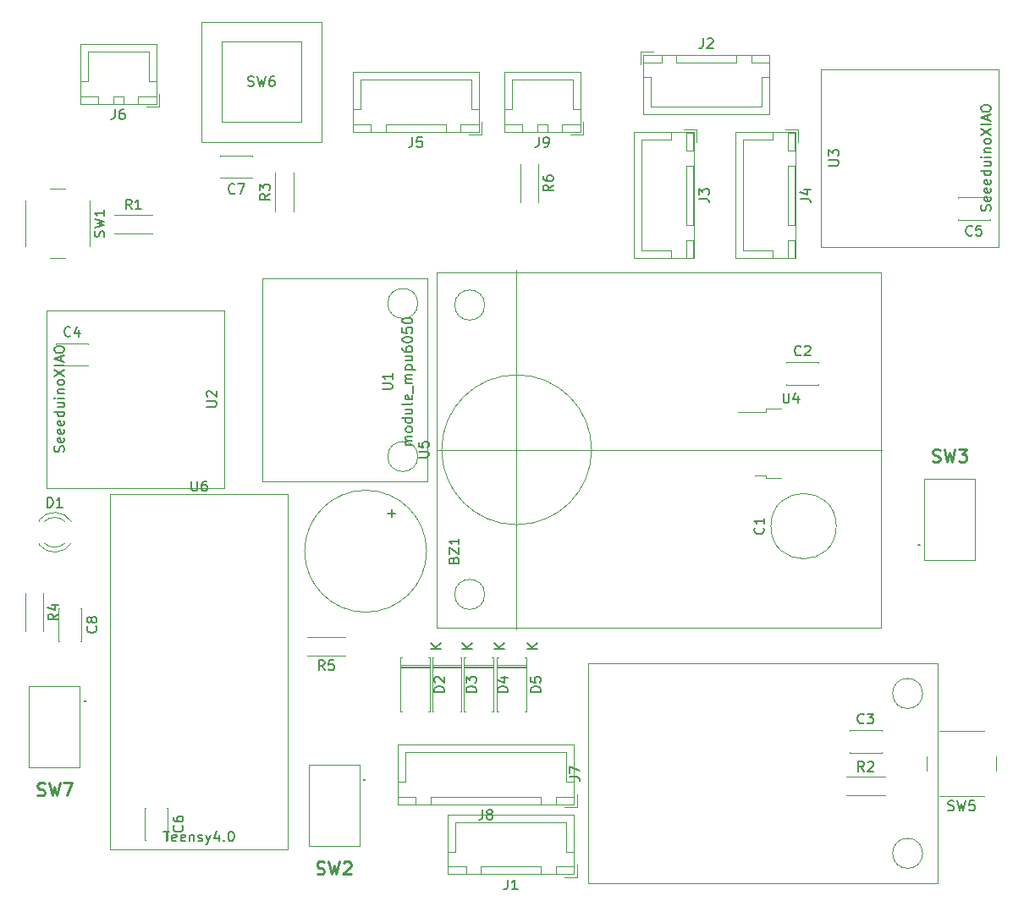
<source format=gbr>
%TF.GenerationSoftware,KiCad,Pcbnew,(5.1.10)-1*%
%TF.CreationDate,2021-11-09T22:17:36+09:00*%
%TF.ProjectId,Heracles.main,48657261-636c-4657-932e-6d61696e2e6b,rev?*%
%TF.SameCoordinates,Original*%
%TF.FileFunction,Legend,Top*%
%TF.FilePolarity,Positive*%
%FSLAX46Y46*%
G04 Gerber Fmt 4.6, Leading zero omitted, Abs format (unit mm)*
G04 Created by KiCad (PCBNEW (5.1.10)-1) date 2021-11-09 22:17:36*
%MOMM*%
%LPD*%
G01*
G04 APERTURE LIST*
%ADD10C,0.120000*%
%ADD11C,0.100000*%
%ADD12C,0.200000*%
%ADD13C,0.150000*%
%ADD14C,0.254000*%
G04 APERTURE END LIST*
D10*
%TO.C,SW6*%
X111217000Y-67595000D02*
X123217000Y-67595000D01*
X111217000Y-55595000D02*
X111217000Y-67595000D01*
X123217000Y-55595000D02*
X111217000Y-55595000D01*
X123217000Y-67595000D02*
X123217000Y-55595000D01*
X121217000Y-65595000D02*
X121217000Y-57595000D01*
X121217000Y-57595000D02*
X113217000Y-57595000D01*
X113217000Y-57595000D02*
X113217000Y-65595000D01*
X113217000Y-65595000D02*
X121217000Y-65595000D01*
%TO.C,U1*%
X117344000Y-81280000D02*
X117344000Y-101600000D01*
X117344000Y-101600000D02*
X133854000Y-101600000D01*
X133854000Y-101600000D02*
X133854000Y-81280000D01*
X133854000Y-81280000D02*
X117344000Y-81280000D01*
X132854000Y-83780000D02*
G75*
G03*
X132854000Y-83780000I-1500000J0D01*
G01*
X132854000Y-99100000D02*
G75*
G03*
X132854000Y-99100000I-1500000J0D01*
G01*
%TO.C,U6*%
X102104000Y-102870000D02*
X102104000Y-138430000D01*
X119884000Y-102870000D02*
X102104000Y-102870000D01*
X119884000Y-138430000D02*
X119884000Y-102870000D01*
X102104000Y-138430000D02*
X119884000Y-138430000D01*
%TO.C,BZ1*%
X133735000Y-108575000D02*
G75*
G03*
X133735000Y-108575000I-6100000J0D01*
G01*
%TO.C,D5*%
X143580000Y-119200000D02*
X143710000Y-119200000D01*
X143710000Y-119200000D02*
X143710000Y-124640000D01*
X143710000Y-124640000D02*
X143580000Y-124640000D01*
X140900000Y-119200000D02*
X140770000Y-119200000D01*
X140770000Y-119200000D02*
X140770000Y-124640000D01*
X140770000Y-124640000D02*
X140900000Y-124640000D01*
X143710000Y-120100000D02*
X140770000Y-120100000D01*
X143710000Y-120220000D02*
X140770000Y-120220000D01*
X143710000Y-119980000D02*
X140770000Y-119980000D01*
%TO.C,D4*%
X140274000Y-119200000D02*
X140404000Y-119200000D01*
X140404000Y-119200000D02*
X140404000Y-124640000D01*
X140404000Y-124640000D02*
X140274000Y-124640000D01*
X137594000Y-119200000D02*
X137464000Y-119200000D01*
X137464000Y-119200000D02*
X137464000Y-124640000D01*
X137464000Y-124640000D02*
X137594000Y-124640000D01*
X140404000Y-120100000D02*
X137464000Y-120100000D01*
X140404000Y-120220000D02*
X137464000Y-120220000D01*
X140404000Y-119980000D02*
X137464000Y-119980000D01*
%TO.C,D3*%
X137099000Y-119200000D02*
X137229000Y-119200000D01*
X137229000Y-119200000D02*
X137229000Y-124640000D01*
X137229000Y-124640000D02*
X137099000Y-124640000D01*
X134419000Y-119200000D02*
X134289000Y-119200000D01*
X134289000Y-119200000D02*
X134289000Y-124640000D01*
X134289000Y-124640000D02*
X134419000Y-124640000D01*
X137229000Y-120100000D02*
X134289000Y-120100000D01*
X137229000Y-120220000D02*
X134289000Y-120220000D01*
X137229000Y-119980000D02*
X134289000Y-119980000D01*
%TO.C,D2*%
X133924000Y-119200000D02*
X134054000Y-119200000D01*
X134054000Y-119200000D02*
X134054000Y-124640000D01*
X134054000Y-124640000D02*
X133924000Y-124640000D01*
X131244000Y-119200000D02*
X131114000Y-119200000D01*
X131114000Y-119200000D02*
X131114000Y-124640000D01*
X131114000Y-124640000D02*
X131244000Y-124640000D01*
X134054000Y-120100000D02*
X131114000Y-120100000D01*
X134054000Y-120220000D02*
X131114000Y-120220000D01*
X134054000Y-119980000D02*
X131114000Y-119980000D01*
%TO.C,U5*%
X134744000Y-98420000D02*
X134744000Y-80640000D01*
X134744000Y-80640000D02*
X179194000Y-80640000D01*
X179194000Y-80640000D02*
X179194000Y-116200000D01*
X179194000Y-116200000D02*
X134744000Y-116200000D01*
X134744000Y-116200000D02*
X134744000Y-98420000D01*
X139546000Y-83942000D02*
G75*
G03*
X139546000Y-83942000I-1500000J0D01*
G01*
X139546000Y-112898000D02*
G75*
G03*
X139546000Y-112898000I-1500000J0D01*
G01*
X150244000Y-98420000D02*
G75*
G03*
X150244000Y-98420000I-7500000J0D01*
G01*
X134744000Y-98420000D02*
X179244000Y-98420000D01*
X142744000Y-116420000D02*
X142744000Y-80420000D01*
%TO.C,J8*%
X148479000Y-133905000D02*
X148479000Y-127935000D01*
X148479000Y-127935000D02*
X130859000Y-127935000D01*
X130859000Y-127935000D02*
X130859000Y-133905000D01*
X130859000Y-133905000D02*
X148479000Y-133905000D01*
X145169000Y-133895000D02*
X145169000Y-133145000D01*
X145169000Y-133145000D02*
X134169000Y-133145000D01*
X134169000Y-133145000D02*
X134169000Y-133895000D01*
X134169000Y-133895000D02*
X145169000Y-133895000D01*
X148469000Y-133895000D02*
X148469000Y-133145000D01*
X148469000Y-133145000D02*
X146669000Y-133145000D01*
X146669000Y-133145000D02*
X146669000Y-133895000D01*
X146669000Y-133895000D02*
X148469000Y-133895000D01*
X132669000Y-133895000D02*
X132669000Y-133145000D01*
X132669000Y-133145000D02*
X130869000Y-133145000D01*
X130869000Y-133145000D02*
X130869000Y-133895000D01*
X130869000Y-133895000D02*
X132669000Y-133895000D01*
X148469000Y-131645000D02*
X147719000Y-131645000D01*
X147719000Y-131645000D02*
X147719000Y-128695000D01*
X147719000Y-128695000D02*
X139669000Y-128695000D01*
X130869000Y-131645000D02*
X131619000Y-131645000D01*
X131619000Y-131645000D02*
X131619000Y-128695000D01*
X131619000Y-128695000D02*
X139669000Y-128695000D01*
X147519000Y-134195000D02*
X148769000Y-134195000D01*
X148769000Y-134195000D02*
X148769000Y-132945000D01*
%TO.C,U4*%
X169210000Y-94340000D02*
X167710000Y-94340000D01*
X167710000Y-94340000D02*
X167710000Y-94610000D01*
X167710000Y-94610000D02*
X164880000Y-94610000D01*
X169210000Y-101240000D02*
X167710000Y-101240000D01*
X167710000Y-101240000D02*
X167710000Y-100970000D01*
X167710000Y-100970000D02*
X166610000Y-100970000D01*
%TO.C,U3*%
X173224000Y-78105000D02*
X173224000Y-60325000D01*
X173224000Y-60325000D02*
X191004000Y-60325000D01*
X191004000Y-60325000D02*
X191004000Y-78105000D01*
X191004000Y-78105000D02*
X173224000Y-78105000D01*
%TO.C,U2*%
X113534000Y-84455000D02*
X113534000Y-102235000D01*
X113534000Y-102235000D02*
X95754000Y-102235000D01*
X95754000Y-102235000D02*
X95754000Y-84455000D01*
X95754000Y-84455000D02*
X113534000Y-84455000D01*
D11*
%TO.C,SW7*%
X99056000Y-122046000D02*
X93976000Y-122046000D01*
X93976000Y-122046000D02*
X93976000Y-130176000D01*
X93976000Y-130176000D02*
X99056000Y-130176000D01*
X99056000Y-130176000D02*
X99056000Y-122046000D01*
D12*
X99616000Y-123571000D02*
X99616000Y-123571000D01*
X99516000Y-123571000D02*
X99516000Y-123571000D01*
X99616000Y-123571000D02*
X99616000Y-123571000D01*
X99516000Y-123571000D02*
G75*
G02*
X99616000Y-123571000I50000J0D01*
G01*
X99616000Y-123571000D02*
G75*
G02*
X99516000Y-123571000I-50000J0D01*
G01*
X99516000Y-123571000D02*
G75*
G02*
X99616000Y-123571000I50000J0D01*
G01*
D10*
%TO.C,SW5*%
X189500000Y-126580000D02*
X185000000Y-126580000D01*
X190750000Y-130580000D02*
X190750000Y-129080000D01*
X185000000Y-133080000D02*
X189500000Y-133080000D01*
X183750000Y-129080000D02*
X183750000Y-130580000D01*
D11*
%TO.C,SW3*%
X183515000Y-109475000D02*
X188595000Y-109475000D01*
X188595000Y-109475000D02*
X188595000Y-101345000D01*
X188595000Y-101345000D02*
X183515000Y-101345000D01*
X183515000Y-101345000D02*
X183515000Y-109475000D01*
D12*
X182955000Y-107950000D02*
X182955000Y-107950000D01*
X183055000Y-107950000D02*
X183055000Y-107950000D01*
X182955000Y-107950000D02*
X182955000Y-107950000D01*
X183055000Y-107950000D02*
G75*
G02*
X182955000Y-107950000I-50000J0D01*
G01*
X182955000Y-107950000D02*
G75*
G02*
X183055000Y-107950000I50000J0D01*
G01*
X183055000Y-107950000D02*
G75*
G02*
X182955000Y-107950000I-50000J0D01*
G01*
D11*
%TO.C,SW2*%
X127000000Y-129920000D02*
X121920000Y-129920000D01*
X121920000Y-129920000D02*
X121920000Y-138050000D01*
X121920000Y-138050000D02*
X127000000Y-138050000D01*
X127000000Y-138050000D02*
X127000000Y-129920000D01*
D12*
X127560000Y-131445000D02*
X127560000Y-131445000D01*
X127460000Y-131445000D02*
X127460000Y-131445000D01*
X127560000Y-131445000D02*
X127560000Y-131445000D01*
X127460000Y-131445000D02*
G75*
G02*
X127560000Y-131445000I50000J0D01*
G01*
X127560000Y-131445000D02*
G75*
G02*
X127460000Y-131445000I-50000J0D01*
G01*
X127460000Y-131445000D02*
G75*
G02*
X127560000Y-131445000I50000J0D01*
G01*
D10*
%TO.C,SW1*%
X93556000Y-73517000D02*
X93556000Y-78017000D01*
X97556000Y-72267000D02*
X96056000Y-72267000D01*
X100056000Y-78017000D02*
X100056000Y-73517000D01*
X96056000Y-79267000D02*
X97556000Y-79267000D01*
%TO.C,R6*%
X144934000Y-69835000D02*
X144934000Y-73675000D01*
X143094000Y-69835000D02*
X143094000Y-73675000D01*
%TO.C,R5*%
X125614000Y-117190000D02*
X121774000Y-117190000D01*
X125614000Y-119030000D02*
X121774000Y-119030000D01*
%TO.C,R4*%
X95404000Y-112761000D02*
X95404000Y-116601000D01*
X93564000Y-112761000D02*
X93564000Y-116601000D01*
%TO.C,R3*%
X118583000Y-74564000D02*
X118583000Y-70724000D01*
X120423000Y-74564000D02*
X120423000Y-70724000D01*
%TO.C,R2*%
X175749000Y-131160000D02*
X179589000Y-131160000D01*
X175749000Y-133000000D02*
X179589000Y-133000000D01*
%TO.C,R1*%
X102470000Y-74899000D02*
X106310000Y-74899000D01*
X102470000Y-76739000D02*
X106310000Y-76739000D01*
%TO.C,J9*%
X149114000Y-66595000D02*
X149114000Y-60625000D01*
X149114000Y-60625000D02*
X141494000Y-60625000D01*
X141494000Y-60625000D02*
X141494000Y-66595000D01*
X141494000Y-66595000D02*
X149114000Y-66595000D01*
X145804000Y-66585000D02*
X145804000Y-65835000D01*
X145804000Y-65835000D02*
X144804000Y-65835000D01*
X144804000Y-65835000D02*
X144804000Y-66585000D01*
X144804000Y-66585000D02*
X145804000Y-66585000D01*
X149104000Y-66585000D02*
X149104000Y-65835000D01*
X149104000Y-65835000D02*
X147304000Y-65835000D01*
X147304000Y-65835000D02*
X147304000Y-66585000D01*
X147304000Y-66585000D02*
X149104000Y-66585000D01*
X143304000Y-66585000D02*
X143304000Y-65835000D01*
X143304000Y-65835000D02*
X141504000Y-65835000D01*
X141504000Y-65835000D02*
X141504000Y-66585000D01*
X141504000Y-66585000D02*
X143304000Y-66585000D01*
X149104000Y-64335000D02*
X148354000Y-64335000D01*
X148354000Y-64335000D02*
X148354000Y-61385000D01*
X148354000Y-61385000D02*
X145304000Y-61385000D01*
X141504000Y-64335000D02*
X142254000Y-64335000D01*
X142254000Y-64335000D02*
X142254000Y-61385000D01*
X142254000Y-61385000D02*
X145304000Y-61385000D01*
X148154000Y-66885000D02*
X149404000Y-66885000D01*
X149404000Y-66885000D02*
X149404000Y-65635000D01*
%TO.C,J7*%
X183360000Y-122810000D02*
G75*
G03*
X183360000Y-122810000I-1500000J0D01*
G01*
X183360000Y-138810000D02*
G75*
G03*
X183360000Y-138810000I-1500000J0D01*
G01*
X149860000Y-141810000D02*
X149860000Y-130810000D01*
X184860000Y-141810000D02*
X149860000Y-141810000D01*
X184860000Y-119810000D02*
X184860000Y-141810000D01*
X149860000Y-119810000D02*
X184860000Y-119810000D01*
X149860000Y-130810000D02*
X149860000Y-119810000D01*
%TO.C,J6*%
X106986000Y-64091000D02*
X106986000Y-62841000D01*
X105736000Y-64091000D02*
X106986000Y-64091000D01*
X99836000Y-58591000D02*
X102886000Y-58591000D01*
X99836000Y-61541000D02*
X99836000Y-58591000D01*
X99086000Y-61541000D02*
X99836000Y-61541000D01*
X105936000Y-58591000D02*
X102886000Y-58591000D01*
X105936000Y-61541000D02*
X105936000Y-58591000D01*
X106686000Y-61541000D02*
X105936000Y-61541000D01*
X99086000Y-63791000D02*
X100886000Y-63791000D01*
X99086000Y-63041000D02*
X99086000Y-63791000D01*
X100886000Y-63041000D02*
X99086000Y-63041000D01*
X100886000Y-63791000D02*
X100886000Y-63041000D01*
X104886000Y-63791000D02*
X106686000Y-63791000D01*
X104886000Y-63041000D02*
X104886000Y-63791000D01*
X106686000Y-63041000D02*
X104886000Y-63041000D01*
X106686000Y-63791000D02*
X106686000Y-63041000D01*
X102386000Y-63791000D02*
X103386000Y-63791000D01*
X102386000Y-63041000D02*
X102386000Y-63791000D01*
X103386000Y-63041000D02*
X102386000Y-63041000D01*
X103386000Y-63791000D02*
X103386000Y-63041000D01*
X99076000Y-63801000D02*
X106696000Y-63801000D01*
X99076000Y-57831000D02*
X99076000Y-63801000D01*
X106696000Y-57831000D02*
X99076000Y-57831000D01*
X106696000Y-63801000D02*
X106696000Y-57831000D01*
%TO.C,J5*%
X138954000Y-66595000D02*
X138954000Y-60625000D01*
X138954000Y-60625000D02*
X126334000Y-60625000D01*
X126334000Y-60625000D02*
X126334000Y-66595000D01*
X126334000Y-66595000D02*
X138954000Y-66595000D01*
X135644000Y-66585000D02*
X135644000Y-65835000D01*
X135644000Y-65835000D02*
X129644000Y-65835000D01*
X129644000Y-65835000D02*
X129644000Y-66585000D01*
X129644000Y-66585000D02*
X135644000Y-66585000D01*
X138944000Y-66585000D02*
X138944000Y-65835000D01*
X138944000Y-65835000D02*
X137144000Y-65835000D01*
X137144000Y-65835000D02*
X137144000Y-66585000D01*
X137144000Y-66585000D02*
X138944000Y-66585000D01*
X128144000Y-66585000D02*
X128144000Y-65835000D01*
X128144000Y-65835000D02*
X126344000Y-65835000D01*
X126344000Y-65835000D02*
X126344000Y-66585000D01*
X126344000Y-66585000D02*
X128144000Y-66585000D01*
X138944000Y-64335000D02*
X138194000Y-64335000D01*
X138194000Y-64335000D02*
X138194000Y-61385000D01*
X138194000Y-61385000D02*
X132644000Y-61385000D01*
X126344000Y-64335000D02*
X127094000Y-64335000D01*
X127094000Y-64335000D02*
X127094000Y-61385000D01*
X127094000Y-61385000D02*
X132644000Y-61385000D01*
X137994000Y-66885000D02*
X139244000Y-66885000D01*
X139244000Y-66885000D02*
X139244000Y-65635000D01*
%TO.C,J4*%
X170604000Y-66655000D02*
X164634000Y-66655000D01*
X164634000Y-66655000D02*
X164634000Y-79275000D01*
X164634000Y-79275000D02*
X170604000Y-79275000D01*
X170604000Y-79275000D02*
X170604000Y-66655000D01*
X170594000Y-69965000D02*
X169844000Y-69965000D01*
X169844000Y-69965000D02*
X169844000Y-75965000D01*
X169844000Y-75965000D02*
X170594000Y-75965000D01*
X170594000Y-75965000D02*
X170594000Y-69965000D01*
X170594000Y-66665000D02*
X169844000Y-66665000D01*
X169844000Y-66665000D02*
X169844000Y-68465000D01*
X169844000Y-68465000D02*
X170594000Y-68465000D01*
X170594000Y-68465000D02*
X170594000Y-66665000D01*
X170594000Y-77465000D02*
X169844000Y-77465000D01*
X169844000Y-77465000D02*
X169844000Y-79265000D01*
X169844000Y-79265000D02*
X170594000Y-79265000D01*
X170594000Y-79265000D02*
X170594000Y-77465000D01*
X168344000Y-66665000D02*
X168344000Y-67415000D01*
X168344000Y-67415000D02*
X165394000Y-67415000D01*
X165394000Y-67415000D02*
X165394000Y-72965000D01*
X168344000Y-79265000D02*
X168344000Y-78515000D01*
X168344000Y-78515000D02*
X165394000Y-78515000D01*
X165394000Y-78515000D02*
X165394000Y-72965000D01*
X170894000Y-67615000D02*
X170894000Y-66365000D01*
X170894000Y-66365000D02*
X169644000Y-66365000D01*
%TO.C,J3*%
X160444000Y-66655000D02*
X154474000Y-66655000D01*
X154474000Y-66655000D02*
X154474000Y-79275000D01*
X154474000Y-79275000D02*
X160444000Y-79275000D01*
X160444000Y-79275000D02*
X160444000Y-66655000D01*
X160434000Y-69965000D02*
X159684000Y-69965000D01*
X159684000Y-69965000D02*
X159684000Y-75965000D01*
X159684000Y-75965000D02*
X160434000Y-75965000D01*
X160434000Y-75965000D02*
X160434000Y-69965000D01*
X160434000Y-66665000D02*
X159684000Y-66665000D01*
X159684000Y-66665000D02*
X159684000Y-68465000D01*
X159684000Y-68465000D02*
X160434000Y-68465000D01*
X160434000Y-68465000D02*
X160434000Y-66665000D01*
X160434000Y-77465000D02*
X159684000Y-77465000D01*
X159684000Y-77465000D02*
X159684000Y-79265000D01*
X159684000Y-79265000D02*
X160434000Y-79265000D01*
X160434000Y-79265000D02*
X160434000Y-77465000D01*
X158184000Y-66665000D02*
X158184000Y-67415000D01*
X158184000Y-67415000D02*
X155234000Y-67415000D01*
X155234000Y-67415000D02*
X155234000Y-72965000D01*
X158184000Y-79265000D02*
X158184000Y-78515000D01*
X158184000Y-78515000D02*
X155234000Y-78515000D01*
X155234000Y-78515000D02*
X155234000Y-72965000D01*
X160734000Y-67615000D02*
X160734000Y-66365000D01*
X160734000Y-66365000D02*
X159484000Y-66365000D01*
%TO.C,J2*%
X155424000Y-58881000D02*
X155424000Y-64851000D01*
X155424000Y-64851000D02*
X168044000Y-64851000D01*
X168044000Y-64851000D02*
X168044000Y-58881000D01*
X168044000Y-58881000D02*
X155424000Y-58881000D01*
X158734000Y-58891000D02*
X158734000Y-59641000D01*
X158734000Y-59641000D02*
X164734000Y-59641000D01*
X164734000Y-59641000D02*
X164734000Y-58891000D01*
X164734000Y-58891000D02*
X158734000Y-58891000D01*
X155434000Y-58891000D02*
X155434000Y-59641000D01*
X155434000Y-59641000D02*
X157234000Y-59641000D01*
X157234000Y-59641000D02*
X157234000Y-58891000D01*
X157234000Y-58891000D02*
X155434000Y-58891000D01*
X166234000Y-58891000D02*
X166234000Y-59641000D01*
X166234000Y-59641000D02*
X168034000Y-59641000D01*
X168034000Y-59641000D02*
X168034000Y-58891000D01*
X168034000Y-58891000D02*
X166234000Y-58891000D01*
X155434000Y-61141000D02*
X156184000Y-61141000D01*
X156184000Y-61141000D02*
X156184000Y-64091000D01*
X156184000Y-64091000D02*
X161734000Y-64091000D01*
X168034000Y-61141000D02*
X167284000Y-61141000D01*
X167284000Y-61141000D02*
X167284000Y-64091000D01*
X167284000Y-64091000D02*
X161734000Y-64091000D01*
X156384000Y-58591000D02*
X155134000Y-58591000D01*
X155134000Y-58591000D02*
X155134000Y-59841000D01*
%TO.C,J1*%
X148479000Y-140890000D02*
X148479000Y-134920000D01*
X148479000Y-134920000D02*
X135859000Y-134920000D01*
X135859000Y-134920000D02*
X135859000Y-140890000D01*
X135859000Y-140890000D02*
X148479000Y-140890000D01*
X145169000Y-140880000D02*
X145169000Y-140130000D01*
X145169000Y-140130000D02*
X139169000Y-140130000D01*
X139169000Y-140130000D02*
X139169000Y-140880000D01*
X139169000Y-140880000D02*
X145169000Y-140880000D01*
X148469000Y-140880000D02*
X148469000Y-140130000D01*
X148469000Y-140130000D02*
X146669000Y-140130000D01*
X146669000Y-140130000D02*
X146669000Y-140880000D01*
X146669000Y-140880000D02*
X148469000Y-140880000D01*
X137669000Y-140880000D02*
X137669000Y-140130000D01*
X137669000Y-140130000D02*
X135869000Y-140130000D01*
X135869000Y-140130000D02*
X135869000Y-140880000D01*
X135869000Y-140880000D02*
X137669000Y-140880000D01*
X148469000Y-138630000D02*
X147719000Y-138630000D01*
X147719000Y-138630000D02*
X147719000Y-135680000D01*
X147719000Y-135680000D02*
X142169000Y-135680000D01*
X135869000Y-138630000D02*
X136619000Y-138630000D01*
X136619000Y-138630000D02*
X136619000Y-135680000D01*
X136619000Y-135680000D02*
X142169000Y-135680000D01*
X147519000Y-141180000D02*
X148769000Y-141180000D01*
X148769000Y-141180000D02*
X148769000Y-139930000D01*
%TO.C,D1*%
X94960000Y-105444000D02*
X94960000Y-105600000D01*
X94960000Y-107760000D02*
X94960000Y-107916000D01*
X97561130Y-107759837D02*
G75*
G02*
X95479039Y-107760000I-1041130J1079837D01*
G01*
X97561130Y-105600163D02*
G75*
G03*
X95479039Y-105600000I-1041130J-1079837D01*
G01*
X98192335Y-107758608D02*
G75*
G02*
X94960000Y-107915516I-1672335J1078608D01*
G01*
X98192335Y-105601392D02*
G75*
G03*
X94960000Y-105444484I-1672335J-1078608D01*
G01*
%TO.C,C8*%
X99160000Y-114311000D02*
X99160000Y-117551000D01*
X96920000Y-114311000D02*
X96920000Y-117551000D01*
X99160000Y-114311000D02*
X99095000Y-114311000D01*
X96985000Y-114311000D02*
X96920000Y-114311000D01*
X99160000Y-117551000D02*
X99095000Y-117551000D01*
X96985000Y-117551000D02*
X96920000Y-117551000D01*
%TO.C,C7*%
X116317000Y-71224000D02*
X113077000Y-71224000D01*
X116317000Y-68984000D02*
X113077000Y-68984000D01*
X116317000Y-71224000D02*
X116317000Y-71159000D01*
X116317000Y-69049000D02*
X116317000Y-68984000D01*
X113077000Y-71224000D02*
X113077000Y-71159000D01*
X113077000Y-69049000D02*
X113077000Y-68984000D01*
%TO.C,C6*%
X107800000Y-134250000D02*
X107800000Y-137490000D01*
X105560000Y-134250000D02*
X105560000Y-137490000D01*
X107800000Y-134250000D02*
X107735000Y-134250000D01*
X105625000Y-134250000D02*
X105560000Y-134250000D01*
X107800000Y-137490000D02*
X107735000Y-137490000D01*
X105625000Y-137490000D02*
X105560000Y-137490000D01*
%TO.C,C5*%
X190104000Y-75415000D02*
X186864000Y-75415000D01*
X190104000Y-73175000D02*
X186864000Y-73175000D01*
X190104000Y-75415000D02*
X190104000Y-75350000D01*
X190104000Y-73240000D02*
X190104000Y-73175000D01*
X186864000Y-75415000D02*
X186864000Y-75350000D01*
X186864000Y-73240000D02*
X186864000Y-73175000D01*
%TO.C,C4*%
X96654000Y-87780000D02*
X99894000Y-87780000D01*
X96654000Y-90020000D02*
X99894000Y-90020000D01*
X96654000Y-87780000D02*
X96654000Y-87845000D01*
X96654000Y-89955000D02*
X96654000Y-90020000D01*
X99894000Y-87780000D02*
X99894000Y-87845000D01*
X99894000Y-89955000D02*
X99894000Y-90020000D01*
%TO.C,C3*%
X176029000Y-126515000D02*
X179269000Y-126515000D01*
X176029000Y-128755000D02*
X179269000Y-128755000D01*
X176029000Y-126515000D02*
X176029000Y-126580000D01*
X176029000Y-128690000D02*
X176029000Y-128755000D01*
X179269000Y-126515000D02*
X179269000Y-126580000D01*
X179269000Y-128690000D02*
X179269000Y-128755000D01*
%TO.C,C2*%
X169719000Y-89685000D02*
X172959000Y-89685000D01*
X169719000Y-91925000D02*
X172959000Y-91925000D01*
X169719000Y-89685000D02*
X169719000Y-89750000D01*
X169719000Y-91860000D02*
X169719000Y-91925000D01*
X172959000Y-89685000D02*
X172959000Y-89750000D01*
X172959000Y-91860000D02*
X172959000Y-91925000D01*
%TO.C,C1*%
X174720000Y-106065000D02*
G75*
G03*
X174720000Y-106065000I-3270000J0D01*
G01*
%TO.C,SW6*%
D13*
X115883666Y-61999761D02*
X116026523Y-62047380D01*
X116264619Y-62047380D01*
X116359857Y-61999761D01*
X116407476Y-61952142D01*
X116455095Y-61856904D01*
X116455095Y-61761666D01*
X116407476Y-61666428D01*
X116359857Y-61618809D01*
X116264619Y-61571190D01*
X116074142Y-61523571D01*
X115978904Y-61475952D01*
X115931285Y-61428333D01*
X115883666Y-61333095D01*
X115883666Y-61237857D01*
X115931285Y-61142619D01*
X115978904Y-61095000D01*
X116074142Y-61047380D01*
X116312238Y-61047380D01*
X116455095Y-61095000D01*
X116788428Y-61047380D02*
X117026523Y-62047380D01*
X117217000Y-61333095D01*
X117407476Y-62047380D01*
X117645571Y-61047380D01*
X118455095Y-61047380D02*
X118264619Y-61047380D01*
X118169380Y-61095000D01*
X118121761Y-61142619D01*
X118026523Y-61285476D01*
X117978904Y-61475952D01*
X117978904Y-61856904D01*
X118026523Y-61952142D01*
X118074142Y-61999761D01*
X118169380Y-62047380D01*
X118359857Y-62047380D01*
X118455095Y-61999761D01*
X118502714Y-61952142D01*
X118550333Y-61856904D01*
X118550333Y-61618809D01*
X118502714Y-61523571D01*
X118455095Y-61475952D01*
X118359857Y-61428333D01*
X118169380Y-61428333D01*
X118074142Y-61475952D01*
X118026523Y-61523571D01*
X117978904Y-61618809D01*
%TO.C,U1*%
X129306380Y-92361904D02*
X130115904Y-92361904D01*
X130211142Y-92314285D01*
X130258761Y-92266666D01*
X130306380Y-92171428D01*
X130306380Y-91980952D01*
X130258761Y-91885714D01*
X130211142Y-91838095D01*
X130115904Y-91790476D01*
X129306380Y-91790476D01*
X130306380Y-90790476D02*
X130306380Y-91361904D01*
X130306380Y-91076190D02*
X129306380Y-91076190D01*
X129449238Y-91171428D01*
X129544476Y-91266666D01*
X129592095Y-91361904D01*
X132306380Y-97933333D02*
X131639714Y-97933333D01*
X131734952Y-97933333D02*
X131687333Y-97885714D01*
X131639714Y-97790476D01*
X131639714Y-97647619D01*
X131687333Y-97552380D01*
X131782571Y-97504761D01*
X132306380Y-97504761D01*
X131782571Y-97504761D02*
X131687333Y-97457142D01*
X131639714Y-97361904D01*
X131639714Y-97219047D01*
X131687333Y-97123809D01*
X131782571Y-97076190D01*
X132306380Y-97076190D01*
X132306380Y-96457142D02*
X132258761Y-96552380D01*
X132211142Y-96600000D01*
X132115904Y-96647619D01*
X131830190Y-96647619D01*
X131734952Y-96600000D01*
X131687333Y-96552380D01*
X131639714Y-96457142D01*
X131639714Y-96314285D01*
X131687333Y-96219047D01*
X131734952Y-96171428D01*
X131830190Y-96123809D01*
X132115904Y-96123809D01*
X132211142Y-96171428D01*
X132258761Y-96219047D01*
X132306380Y-96314285D01*
X132306380Y-96457142D01*
X132306380Y-95266666D02*
X131306380Y-95266666D01*
X132258761Y-95266666D02*
X132306380Y-95361904D01*
X132306380Y-95552380D01*
X132258761Y-95647619D01*
X132211142Y-95695238D01*
X132115904Y-95742857D01*
X131830190Y-95742857D01*
X131734952Y-95695238D01*
X131687333Y-95647619D01*
X131639714Y-95552380D01*
X131639714Y-95361904D01*
X131687333Y-95266666D01*
X131639714Y-94361904D02*
X132306380Y-94361904D01*
X131639714Y-94790476D02*
X132163523Y-94790476D01*
X132258761Y-94742857D01*
X132306380Y-94647619D01*
X132306380Y-94504761D01*
X132258761Y-94409523D01*
X132211142Y-94361904D01*
X132306380Y-93742857D02*
X132258761Y-93838095D01*
X132163523Y-93885714D01*
X131306380Y-93885714D01*
X132258761Y-92980952D02*
X132306380Y-93076190D01*
X132306380Y-93266666D01*
X132258761Y-93361904D01*
X132163523Y-93409523D01*
X131782571Y-93409523D01*
X131687333Y-93361904D01*
X131639714Y-93266666D01*
X131639714Y-93076190D01*
X131687333Y-92980952D01*
X131782571Y-92933333D01*
X131877809Y-92933333D01*
X131973047Y-93409523D01*
X132401619Y-92742857D02*
X132401619Y-91980952D01*
X132306380Y-91742857D02*
X131639714Y-91742857D01*
X131734952Y-91742857D02*
X131687333Y-91695238D01*
X131639714Y-91600000D01*
X131639714Y-91457142D01*
X131687333Y-91361904D01*
X131782571Y-91314285D01*
X132306380Y-91314285D01*
X131782571Y-91314285D02*
X131687333Y-91266666D01*
X131639714Y-91171428D01*
X131639714Y-91028571D01*
X131687333Y-90933333D01*
X131782571Y-90885714D01*
X132306380Y-90885714D01*
X131639714Y-90409523D02*
X132639714Y-90409523D01*
X131687333Y-90409523D02*
X131639714Y-90314285D01*
X131639714Y-90123809D01*
X131687333Y-90028571D01*
X131734952Y-89980952D01*
X131830190Y-89933333D01*
X132115904Y-89933333D01*
X132211142Y-89980952D01*
X132258761Y-90028571D01*
X132306380Y-90123809D01*
X132306380Y-90314285D01*
X132258761Y-90409523D01*
X131639714Y-89076190D02*
X132306380Y-89076190D01*
X131639714Y-89504761D02*
X132163523Y-89504761D01*
X132258761Y-89457142D01*
X132306380Y-89361904D01*
X132306380Y-89219047D01*
X132258761Y-89123809D01*
X132211142Y-89076190D01*
X131306380Y-88171428D02*
X131306380Y-88361904D01*
X131354000Y-88457142D01*
X131401619Y-88504761D01*
X131544476Y-88600000D01*
X131734952Y-88647619D01*
X132115904Y-88647619D01*
X132211142Y-88600000D01*
X132258761Y-88552380D01*
X132306380Y-88457142D01*
X132306380Y-88266666D01*
X132258761Y-88171428D01*
X132211142Y-88123809D01*
X132115904Y-88076190D01*
X131877809Y-88076190D01*
X131782571Y-88123809D01*
X131734952Y-88171428D01*
X131687333Y-88266666D01*
X131687333Y-88457142D01*
X131734952Y-88552380D01*
X131782571Y-88600000D01*
X131877809Y-88647619D01*
X131306380Y-87457142D02*
X131306380Y-87361904D01*
X131354000Y-87266666D01*
X131401619Y-87219047D01*
X131496857Y-87171428D01*
X131687333Y-87123809D01*
X131925428Y-87123809D01*
X132115904Y-87171428D01*
X132211142Y-87219047D01*
X132258761Y-87266666D01*
X132306380Y-87361904D01*
X132306380Y-87457142D01*
X132258761Y-87552380D01*
X132211142Y-87600000D01*
X132115904Y-87647619D01*
X131925428Y-87695238D01*
X131687333Y-87695238D01*
X131496857Y-87647619D01*
X131401619Y-87600000D01*
X131354000Y-87552380D01*
X131306380Y-87457142D01*
X131306380Y-86219047D02*
X131306380Y-86695238D01*
X131782571Y-86742857D01*
X131734952Y-86695238D01*
X131687333Y-86600000D01*
X131687333Y-86361904D01*
X131734952Y-86266666D01*
X131782571Y-86219047D01*
X131877809Y-86171428D01*
X132115904Y-86171428D01*
X132211142Y-86219047D01*
X132258761Y-86266666D01*
X132306380Y-86361904D01*
X132306380Y-86600000D01*
X132258761Y-86695238D01*
X132211142Y-86742857D01*
X131306380Y-85552380D02*
X131306380Y-85457142D01*
X131354000Y-85361904D01*
X131401619Y-85314285D01*
X131496857Y-85266666D01*
X131687333Y-85219047D01*
X131925428Y-85219047D01*
X132115904Y-85266666D01*
X132211142Y-85314285D01*
X132258761Y-85361904D01*
X132306380Y-85457142D01*
X132306380Y-85552380D01*
X132258761Y-85647619D01*
X132211142Y-85695238D01*
X132115904Y-85742857D01*
X131925428Y-85790476D01*
X131687333Y-85790476D01*
X131496857Y-85742857D01*
X131401619Y-85695238D01*
X131354000Y-85647619D01*
X131306380Y-85552380D01*
%TO.C,U6*%
X110232095Y-101552380D02*
X110232095Y-102361904D01*
X110279714Y-102457142D01*
X110327333Y-102504761D01*
X110422571Y-102552380D01*
X110613047Y-102552380D01*
X110708285Y-102504761D01*
X110755904Y-102457142D01*
X110803523Y-102361904D01*
X110803523Y-101552380D01*
X111708285Y-101552380D02*
X111517809Y-101552380D01*
X111422571Y-101600000D01*
X111374952Y-101647619D01*
X111279714Y-101790476D01*
X111232095Y-101980952D01*
X111232095Y-102361904D01*
X111279714Y-102457142D01*
X111327333Y-102504761D01*
X111422571Y-102552380D01*
X111613047Y-102552380D01*
X111708285Y-102504761D01*
X111755904Y-102457142D01*
X111803523Y-102361904D01*
X111803523Y-102123809D01*
X111755904Y-102028571D01*
X111708285Y-101980952D01*
X111613047Y-101933333D01*
X111422571Y-101933333D01*
X111327333Y-101980952D01*
X111279714Y-102028571D01*
X111232095Y-102123809D01*
X107422571Y-136612380D02*
X107994000Y-136612380D01*
X107708285Y-137612380D02*
X107708285Y-136612380D01*
X108708285Y-137564761D02*
X108613047Y-137612380D01*
X108422571Y-137612380D01*
X108327333Y-137564761D01*
X108279714Y-137469523D01*
X108279714Y-137088571D01*
X108327333Y-136993333D01*
X108422571Y-136945714D01*
X108613047Y-136945714D01*
X108708285Y-136993333D01*
X108755904Y-137088571D01*
X108755904Y-137183809D01*
X108279714Y-137279047D01*
X109565428Y-137564761D02*
X109470190Y-137612380D01*
X109279714Y-137612380D01*
X109184476Y-137564761D01*
X109136857Y-137469523D01*
X109136857Y-137088571D01*
X109184476Y-136993333D01*
X109279714Y-136945714D01*
X109470190Y-136945714D01*
X109565428Y-136993333D01*
X109613047Y-137088571D01*
X109613047Y-137183809D01*
X109136857Y-137279047D01*
X110041619Y-136945714D02*
X110041619Y-137612380D01*
X110041619Y-137040952D02*
X110089238Y-136993333D01*
X110184476Y-136945714D01*
X110327333Y-136945714D01*
X110422571Y-136993333D01*
X110470190Y-137088571D01*
X110470190Y-137612380D01*
X110898761Y-137564761D02*
X110994000Y-137612380D01*
X111184476Y-137612380D01*
X111279714Y-137564761D01*
X111327333Y-137469523D01*
X111327333Y-137421904D01*
X111279714Y-137326666D01*
X111184476Y-137279047D01*
X111041619Y-137279047D01*
X110946380Y-137231428D01*
X110898761Y-137136190D01*
X110898761Y-137088571D01*
X110946380Y-136993333D01*
X111041619Y-136945714D01*
X111184476Y-136945714D01*
X111279714Y-136993333D01*
X111660666Y-136945714D02*
X111898761Y-137612380D01*
X112136857Y-136945714D02*
X111898761Y-137612380D01*
X111803523Y-137850476D01*
X111755904Y-137898095D01*
X111660666Y-137945714D01*
X112946380Y-136945714D02*
X112946380Y-137612380D01*
X112708285Y-136564761D02*
X112470190Y-137279047D01*
X113089238Y-137279047D01*
X113470190Y-137517142D02*
X113517809Y-137564761D01*
X113470190Y-137612380D01*
X113422571Y-137564761D01*
X113470190Y-137517142D01*
X113470190Y-137612380D01*
X114136857Y-136612380D02*
X114232095Y-136612380D01*
X114327333Y-136660000D01*
X114374952Y-136707619D01*
X114422571Y-136802857D01*
X114470190Y-136993333D01*
X114470190Y-137231428D01*
X114422571Y-137421904D01*
X114374952Y-137517142D01*
X114327333Y-137564761D01*
X114232095Y-137612380D01*
X114136857Y-137612380D01*
X114041619Y-137564761D01*
X113994000Y-137517142D01*
X113946380Y-137421904D01*
X113898761Y-137231428D01*
X113898761Y-136993333D01*
X113946380Y-136802857D01*
X113994000Y-136707619D01*
X114041619Y-136660000D01*
X114136857Y-136612380D01*
%TO.C,BZ1*%
X136453571Y-109465952D02*
X136501190Y-109323095D01*
X136548809Y-109275476D01*
X136644047Y-109227857D01*
X136786904Y-109227857D01*
X136882142Y-109275476D01*
X136929761Y-109323095D01*
X136977380Y-109418333D01*
X136977380Y-109799285D01*
X135977380Y-109799285D01*
X135977380Y-109465952D01*
X136025000Y-109370714D01*
X136072619Y-109323095D01*
X136167857Y-109275476D01*
X136263095Y-109275476D01*
X136358333Y-109323095D01*
X136405952Y-109370714D01*
X136453571Y-109465952D01*
X136453571Y-109799285D01*
X135977380Y-108894523D02*
X135977380Y-108227857D01*
X136977380Y-108894523D01*
X136977380Y-108227857D01*
X136977380Y-107323095D02*
X136977380Y-107894523D01*
X136977380Y-107608809D02*
X135977380Y-107608809D01*
X136120238Y-107704047D01*
X136215476Y-107799285D01*
X136263095Y-107894523D01*
X130246428Y-105145952D02*
X130246428Y-104384047D01*
X130627380Y-104765000D02*
X129865476Y-104765000D01*
%TO.C,D5*%
X145162380Y-122658095D02*
X144162380Y-122658095D01*
X144162380Y-122420000D01*
X144210000Y-122277142D01*
X144305238Y-122181904D01*
X144400476Y-122134285D01*
X144590952Y-122086666D01*
X144733809Y-122086666D01*
X144924285Y-122134285D01*
X145019523Y-122181904D01*
X145114761Y-122277142D01*
X145162380Y-122420000D01*
X145162380Y-122658095D01*
X144162380Y-121181904D02*
X144162380Y-121658095D01*
X144638571Y-121705714D01*
X144590952Y-121658095D01*
X144543333Y-121562857D01*
X144543333Y-121324761D01*
X144590952Y-121229523D01*
X144638571Y-121181904D01*
X144733809Y-121134285D01*
X144971904Y-121134285D01*
X145067142Y-121181904D01*
X145114761Y-121229523D01*
X145162380Y-121324761D01*
X145162380Y-121562857D01*
X145114761Y-121658095D01*
X145067142Y-121705714D01*
X144792380Y-118371904D02*
X143792380Y-118371904D01*
X144792380Y-117800476D02*
X144220952Y-118229047D01*
X143792380Y-117800476D02*
X144363809Y-118371904D01*
%TO.C,D4*%
X141856380Y-122658095D02*
X140856380Y-122658095D01*
X140856380Y-122420000D01*
X140904000Y-122277142D01*
X140999238Y-122181904D01*
X141094476Y-122134285D01*
X141284952Y-122086666D01*
X141427809Y-122086666D01*
X141618285Y-122134285D01*
X141713523Y-122181904D01*
X141808761Y-122277142D01*
X141856380Y-122420000D01*
X141856380Y-122658095D01*
X141189714Y-121229523D02*
X141856380Y-121229523D01*
X140808761Y-121467619D02*
X141523047Y-121705714D01*
X141523047Y-121086666D01*
X141486380Y-118371904D02*
X140486380Y-118371904D01*
X141486380Y-117800476D02*
X140914952Y-118229047D01*
X140486380Y-117800476D02*
X141057809Y-118371904D01*
%TO.C,D3*%
X138681380Y-122658095D02*
X137681380Y-122658095D01*
X137681380Y-122420000D01*
X137729000Y-122277142D01*
X137824238Y-122181904D01*
X137919476Y-122134285D01*
X138109952Y-122086666D01*
X138252809Y-122086666D01*
X138443285Y-122134285D01*
X138538523Y-122181904D01*
X138633761Y-122277142D01*
X138681380Y-122420000D01*
X138681380Y-122658095D01*
X137681380Y-121753333D02*
X137681380Y-121134285D01*
X138062333Y-121467619D01*
X138062333Y-121324761D01*
X138109952Y-121229523D01*
X138157571Y-121181904D01*
X138252809Y-121134285D01*
X138490904Y-121134285D01*
X138586142Y-121181904D01*
X138633761Y-121229523D01*
X138681380Y-121324761D01*
X138681380Y-121610476D01*
X138633761Y-121705714D01*
X138586142Y-121753333D01*
X138311380Y-118371904D02*
X137311380Y-118371904D01*
X138311380Y-117800476D02*
X137739952Y-118229047D01*
X137311380Y-117800476D02*
X137882809Y-118371904D01*
%TO.C,D2*%
X135506380Y-122658095D02*
X134506380Y-122658095D01*
X134506380Y-122420000D01*
X134554000Y-122277142D01*
X134649238Y-122181904D01*
X134744476Y-122134285D01*
X134934952Y-122086666D01*
X135077809Y-122086666D01*
X135268285Y-122134285D01*
X135363523Y-122181904D01*
X135458761Y-122277142D01*
X135506380Y-122420000D01*
X135506380Y-122658095D01*
X134601619Y-121705714D02*
X134554000Y-121658095D01*
X134506380Y-121562857D01*
X134506380Y-121324761D01*
X134554000Y-121229523D01*
X134601619Y-121181904D01*
X134696857Y-121134285D01*
X134792095Y-121134285D01*
X134934952Y-121181904D01*
X135506380Y-121753333D01*
X135506380Y-121134285D01*
X135136380Y-118371904D02*
X134136380Y-118371904D01*
X135136380Y-117800476D02*
X134564952Y-118229047D01*
X134136380Y-117800476D02*
X134707809Y-118371904D01*
%TO.C,U5*%
X132946380Y-99181904D02*
X133755904Y-99181904D01*
X133851142Y-99134285D01*
X133898761Y-99086666D01*
X133946380Y-98991428D01*
X133946380Y-98800952D01*
X133898761Y-98705714D01*
X133851142Y-98658095D01*
X133755904Y-98610476D01*
X132946380Y-98610476D01*
X132946380Y-97658095D02*
X132946380Y-98134285D01*
X133422571Y-98181904D01*
X133374952Y-98134285D01*
X133327333Y-98039047D01*
X133327333Y-97800952D01*
X133374952Y-97705714D01*
X133422571Y-97658095D01*
X133517809Y-97610476D01*
X133755904Y-97610476D01*
X133851142Y-97658095D01*
X133898761Y-97705714D01*
X133946380Y-97800952D01*
X133946380Y-98039047D01*
X133898761Y-98134285D01*
X133851142Y-98181904D01*
%TO.C,J8*%
X139335666Y-134447380D02*
X139335666Y-135161666D01*
X139288047Y-135304523D01*
X139192809Y-135399761D01*
X139049952Y-135447380D01*
X138954714Y-135447380D01*
X139954714Y-134875952D02*
X139859476Y-134828333D01*
X139811857Y-134780714D01*
X139764238Y-134685476D01*
X139764238Y-134637857D01*
X139811857Y-134542619D01*
X139859476Y-134495000D01*
X139954714Y-134447380D01*
X140145190Y-134447380D01*
X140240428Y-134495000D01*
X140288047Y-134542619D01*
X140335666Y-134637857D01*
X140335666Y-134685476D01*
X140288047Y-134780714D01*
X140240428Y-134828333D01*
X140145190Y-134875952D01*
X139954714Y-134875952D01*
X139859476Y-134923571D01*
X139811857Y-134971190D01*
X139764238Y-135066428D01*
X139764238Y-135256904D01*
X139811857Y-135352142D01*
X139859476Y-135399761D01*
X139954714Y-135447380D01*
X140145190Y-135447380D01*
X140240428Y-135399761D01*
X140288047Y-135352142D01*
X140335666Y-135256904D01*
X140335666Y-135066428D01*
X140288047Y-134971190D01*
X140240428Y-134923571D01*
X140145190Y-134875952D01*
%TO.C,U4*%
X169418095Y-92742380D02*
X169418095Y-93551904D01*
X169465714Y-93647142D01*
X169513333Y-93694761D01*
X169608571Y-93742380D01*
X169799047Y-93742380D01*
X169894285Y-93694761D01*
X169941904Y-93647142D01*
X169989523Y-93551904D01*
X169989523Y-92742380D01*
X170894285Y-93075714D02*
X170894285Y-93742380D01*
X170656190Y-92694761D02*
X170418095Y-93409047D01*
X171037142Y-93409047D01*
%TO.C,U3*%
X173946380Y-69976904D02*
X174755904Y-69976904D01*
X174851142Y-69929285D01*
X174898761Y-69881666D01*
X174946380Y-69786428D01*
X174946380Y-69595952D01*
X174898761Y-69500714D01*
X174851142Y-69453095D01*
X174755904Y-69405476D01*
X173946380Y-69405476D01*
X173946380Y-69024523D02*
X173946380Y-68405476D01*
X174327333Y-68738809D01*
X174327333Y-68595952D01*
X174374952Y-68500714D01*
X174422571Y-68453095D01*
X174517809Y-68405476D01*
X174755904Y-68405476D01*
X174851142Y-68453095D01*
X174898761Y-68500714D01*
X174946380Y-68595952D01*
X174946380Y-68881666D01*
X174898761Y-68976904D01*
X174851142Y-69024523D01*
X190138761Y-74500714D02*
X190186380Y-74357857D01*
X190186380Y-74119761D01*
X190138761Y-74024523D01*
X190091142Y-73976904D01*
X189995904Y-73929285D01*
X189900666Y-73929285D01*
X189805428Y-73976904D01*
X189757809Y-74024523D01*
X189710190Y-74119761D01*
X189662571Y-74310238D01*
X189614952Y-74405476D01*
X189567333Y-74453095D01*
X189472095Y-74500714D01*
X189376857Y-74500714D01*
X189281619Y-74453095D01*
X189234000Y-74405476D01*
X189186380Y-74310238D01*
X189186380Y-74072142D01*
X189234000Y-73929285D01*
X190138761Y-73119761D02*
X190186380Y-73215000D01*
X190186380Y-73405476D01*
X190138761Y-73500714D01*
X190043523Y-73548333D01*
X189662571Y-73548333D01*
X189567333Y-73500714D01*
X189519714Y-73405476D01*
X189519714Y-73215000D01*
X189567333Y-73119761D01*
X189662571Y-73072142D01*
X189757809Y-73072142D01*
X189853047Y-73548333D01*
X190138761Y-72262619D02*
X190186380Y-72357857D01*
X190186380Y-72548333D01*
X190138761Y-72643571D01*
X190043523Y-72691190D01*
X189662571Y-72691190D01*
X189567333Y-72643571D01*
X189519714Y-72548333D01*
X189519714Y-72357857D01*
X189567333Y-72262619D01*
X189662571Y-72215000D01*
X189757809Y-72215000D01*
X189853047Y-72691190D01*
X190138761Y-71405476D02*
X190186380Y-71500714D01*
X190186380Y-71691190D01*
X190138761Y-71786428D01*
X190043523Y-71834047D01*
X189662571Y-71834047D01*
X189567333Y-71786428D01*
X189519714Y-71691190D01*
X189519714Y-71500714D01*
X189567333Y-71405476D01*
X189662571Y-71357857D01*
X189757809Y-71357857D01*
X189853047Y-71834047D01*
X190186380Y-70500714D02*
X189186380Y-70500714D01*
X190138761Y-70500714D02*
X190186380Y-70595952D01*
X190186380Y-70786428D01*
X190138761Y-70881666D01*
X190091142Y-70929285D01*
X189995904Y-70976904D01*
X189710190Y-70976904D01*
X189614952Y-70929285D01*
X189567333Y-70881666D01*
X189519714Y-70786428D01*
X189519714Y-70595952D01*
X189567333Y-70500714D01*
X189519714Y-69595952D02*
X190186380Y-69595952D01*
X189519714Y-70024523D02*
X190043523Y-70024523D01*
X190138761Y-69976904D01*
X190186380Y-69881666D01*
X190186380Y-69738809D01*
X190138761Y-69643571D01*
X190091142Y-69595952D01*
X190186380Y-69119761D02*
X189519714Y-69119761D01*
X189186380Y-69119761D02*
X189234000Y-69167380D01*
X189281619Y-69119761D01*
X189234000Y-69072142D01*
X189186380Y-69119761D01*
X189281619Y-69119761D01*
X189519714Y-68643571D02*
X190186380Y-68643571D01*
X189614952Y-68643571D02*
X189567333Y-68595952D01*
X189519714Y-68500714D01*
X189519714Y-68357857D01*
X189567333Y-68262619D01*
X189662571Y-68215000D01*
X190186380Y-68215000D01*
X190186380Y-67595952D02*
X190138761Y-67691190D01*
X190091142Y-67738809D01*
X189995904Y-67786428D01*
X189710190Y-67786428D01*
X189614952Y-67738809D01*
X189567333Y-67691190D01*
X189519714Y-67595952D01*
X189519714Y-67453095D01*
X189567333Y-67357857D01*
X189614952Y-67310238D01*
X189710190Y-67262619D01*
X189995904Y-67262619D01*
X190091142Y-67310238D01*
X190138761Y-67357857D01*
X190186380Y-67453095D01*
X190186380Y-67595952D01*
X189186380Y-66929285D02*
X190186380Y-66262619D01*
X189186380Y-66262619D02*
X190186380Y-66929285D01*
X190186380Y-65881666D02*
X189186380Y-65881666D01*
X189900666Y-65453095D02*
X189900666Y-64976904D01*
X190186380Y-65548333D02*
X189186380Y-65215000D01*
X190186380Y-64881666D01*
X189186380Y-64357857D02*
X189186380Y-64167380D01*
X189234000Y-64072142D01*
X189329238Y-63976904D01*
X189519714Y-63929285D01*
X189853047Y-63929285D01*
X190043523Y-63976904D01*
X190138761Y-64072142D01*
X190186380Y-64167380D01*
X190186380Y-64357857D01*
X190138761Y-64453095D01*
X190043523Y-64548333D01*
X189853047Y-64595952D01*
X189519714Y-64595952D01*
X189329238Y-64548333D01*
X189234000Y-64453095D01*
X189186380Y-64357857D01*
%TO.C,U2*%
X111716380Y-94106904D02*
X112525904Y-94106904D01*
X112621142Y-94059285D01*
X112668761Y-94011666D01*
X112716380Y-93916428D01*
X112716380Y-93725952D01*
X112668761Y-93630714D01*
X112621142Y-93583095D01*
X112525904Y-93535476D01*
X111716380Y-93535476D01*
X111811619Y-93106904D02*
X111764000Y-93059285D01*
X111716380Y-92964047D01*
X111716380Y-92725952D01*
X111764000Y-92630714D01*
X111811619Y-92583095D01*
X111906857Y-92535476D01*
X112002095Y-92535476D01*
X112144952Y-92583095D01*
X112716380Y-93154523D01*
X112716380Y-92535476D01*
X97428761Y-98630714D02*
X97476380Y-98487857D01*
X97476380Y-98249761D01*
X97428761Y-98154523D01*
X97381142Y-98106904D01*
X97285904Y-98059285D01*
X97190666Y-98059285D01*
X97095428Y-98106904D01*
X97047809Y-98154523D01*
X97000190Y-98249761D01*
X96952571Y-98440238D01*
X96904952Y-98535476D01*
X96857333Y-98583095D01*
X96762095Y-98630714D01*
X96666857Y-98630714D01*
X96571619Y-98583095D01*
X96524000Y-98535476D01*
X96476380Y-98440238D01*
X96476380Y-98202142D01*
X96524000Y-98059285D01*
X97428761Y-97249761D02*
X97476380Y-97345000D01*
X97476380Y-97535476D01*
X97428761Y-97630714D01*
X97333523Y-97678333D01*
X96952571Y-97678333D01*
X96857333Y-97630714D01*
X96809714Y-97535476D01*
X96809714Y-97345000D01*
X96857333Y-97249761D01*
X96952571Y-97202142D01*
X97047809Y-97202142D01*
X97143047Y-97678333D01*
X97428761Y-96392619D02*
X97476380Y-96487857D01*
X97476380Y-96678333D01*
X97428761Y-96773571D01*
X97333523Y-96821190D01*
X96952571Y-96821190D01*
X96857333Y-96773571D01*
X96809714Y-96678333D01*
X96809714Y-96487857D01*
X96857333Y-96392619D01*
X96952571Y-96345000D01*
X97047809Y-96345000D01*
X97143047Y-96821190D01*
X97428761Y-95535476D02*
X97476380Y-95630714D01*
X97476380Y-95821190D01*
X97428761Y-95916428D01*
X97333523Y-95964047D01*
X96952571Y-95964047D01*
X96857333Y-95916428D01*
X96809714Y-95821190D01*
X96809714Y-95630714D01*
X96857333Y-95535476D01*
X96952571Y-95487857D01*
X97047809Y-95487857D01*
X97143047Y-95964047D01*
X97476380Y-94630714D02*
X96476380Y-94630714D01*
X97428761Y-94630714D02*
X97476380Y-94725952D01*
X97476380Y-94916428D01*
X97428761Y-95011666D01*
X97381142Y-95059285D01*
X97285904Y-95106904D01*
X97000190Y-95106904D01*
X96904952Y-95059285D01*
X96857333Y-95011666D01*
X96809714Y-94916428D01*
X96809714Y-94725952D01*
X96857333Y-94630714D01*
X96809714Y-93725952D02*
X97476380Y-93725952D01*
X96809714Y-94154523D02*
X97333523Y-94154523D01*
X97428761Y-94106904D01*
X97476380Y-94011666D01*
X97476380Y-93868809D01*
X97428761Y-93773571D01*
X97381142Y-93725952D01*
X97476380Y-93249761D02*
X96809714Y-93249761D01*
X96476380Y-93249761D02*
X96524000Y-93297380D01*
X96571619Y-93249761D01*
X96524000Y-93202142D01*
X96476380Y-93249761D01*
X96571619Y-93249761D01*
X96809714Y-92773571D02*
X97476380Y-92773571D01*
X96904952Y-92773571D02*
X96857333Y-92725952D01*
X96809714Y-92630714D01*
X96809714Y-92487857D01*
X96857333Y-92392619D01*
X96952571Y-92345000D01*
X97476380Y-92345000D01*
X97476380Y-91725952D02*
X97428761Y-91821190D01*
X97381142Y-91868809D01*
X97285904Y-91916428D01*
X97000190Y-91916428D01*
X96904952Y-91868809D01*
X96857333Y-91821190D01*
X96809714Y-91725952D01*
X96809714Y-91583095D01*
X96857333Y-91487857D01*
X96904952Y-91440238D01*
X97000190Y-91392619D01*
X97285904Y-91392619D01*
X97381142Y-91440238D01*
X97428761Y-91487857D01*
X97476380Y-91583095D01*
X97476380Y-91725952D01*
X96476380Y-91059285D02*
X97476380Y-90392619D01*
X96476380Y-90392619D02*
X97476380Y-91059285D01*
X97476380Y-90011666D02*
X96476380Y-90011666D01*
X97190666Y-89583095D02*
X97190666Y-89106904D01*
X97476380Y-89678333D02*
X96476380Y-89345000D01*
X97476380Y-89011666D01*
X96476380Y-88487857D02*
X96476380Y-88297380D01*
X96524000Y-88202142D01*
X96619238Y-88106904D01*
X96809714Y-88059285D01*
X97143047Y-88059285D01*
X97333523Y-88106904D01*
X97428761Y-88202142D01*
X97476380Y-88297380D01*
X97476380Y-88487857D01*
X97428761Y-88583095D01*
X97333523Y-88678333D01*
X97143047Y-88725952D01*
X96809714Y-88725952D01*
X96619238Y-88678333D01*
X96524000Y-88583095D01*
X96476380Y-88487857D01*
%TO.C,SW7*%
D14*
X94822666Y-132975047D02*
X95004095Y-133035523D01*
X95306476Y-133035523D01*
X95427428Y-132975047D01*
X95487904Y-132914571D01*
X95548380Y-132793619D01*
X95548380Y-132672666D01*
X95487904Y-132551714D01*
X95427428Y-132491238D01*
X95306476Y-132430761D01*
X95064571Y-132370285D01*
X94943619Y-132309809D01*
X94883142Y-132249333D01*
X94822666Y-132128380D01*
X94822666Y-132007428D01*
X94883142Y-131886476D01*
X94943619Y-131826000D01*
X95064571Y-131765523D01*
X95366952Y-131765523D01*
X95548380Y-131826000D01*
X95971714Y-131765523D02*
X96274095Y-133035523D01*
X96516000Y-132128380D01*
X96757904Y-133035523D01*
X97060285Y-131765523D01*
X97423142Y-131765523D02*
X98269809Y-131765523D01*
X97725523Y-133035523D01*
%TO.C,SW5*%
D13*
X185916666Y-134484761D02*
X186059523Y-134532380D01*
X186297619Y-134532380D01*
X186392857Y-134484761D01*
X186440476Y-134437142D01*
X186488095Y-134341904D01*
X186488095Y-134246666D01*
X186440476Y-134151428D01*
X186392857Y-134103809D01*
X186297619Y-134056190D01*
X186107142Y-134008571D01*
X186011904Y-133960952D01*
X185964285Y-133913333D01*
X185916666Y-133818095D01*
X185916666Y-133722857D01*
X185964285Y-133627619D01*
X186011904Y-133580000D01*
X186107142Y-133532380D01*
X186345238Y-133532380D01*
X186488095Y-133580000D01*
X186821428Y-133532380D02*
X187059523Y-134532380D01*
X187250000Y-133818095D01*
X187440476Y-134532380D01*
X187678571Y-133532380D01*
X188535714Y-133532380D02*
X188059523Y-133532380D01*
X188011904Y-134008571D01*
X188059523Y-133960952D01*
X188154761Y-133913333D01*
X188392857Y-133913333D01*
X188488095Y-133960952D01*
X188535714Y-134008571D01*
X188583333Y-134103809D01*
X188583333Y-134341904D01*
X188535714Y-134437142D01*
X188488095Y-134484761D01*
X188392857Y-134532380D01*
X188154761Y-134532380D01*
X188059523Y-134484761D01*
X188011904Y-134437142D01*
%TO.C,SW3*%
D14*
X184361666Y-99574047D02*
X184543095Y-99634523D01*
X184845476Y-99634523D01*
X184966428Y-99574047D01*
X185026904Y-99513571D01*
X185087380Y-99392619D01*
X185087380Y-99271666D01*
X185026904Y-99150714D01*
X184966428Y-99090238D01*
X184845476Y-99029761D01*
X184603571Y-98969285D01*
X184482619Y-98908809D01*
X184422142Y-98848333D01*
X184361666Y-98727380D01*
X184361666Y-98606428D01*
X184422142Y-98485476D01*
X184482619Y-98425000D01*
X184603571Y-98364523D01*
X184905952Y-98364523D01*
X185087380Y-98425000D01*
X185510714Y-98364523D02*
X185813095Y-99634523D01*
X186055000Y-98727380D01*
X186296904Y-99634523D01*
X186599285Y-98364523D01*
X186962142Y-98364523D02*
X187748333Y-98364523D01*
X187325000Y-98848333D01*
X187506428Y-98848333D01*
X187627380Y-98908809D01*
X187687857Y-98969285D01*
X187748333Y-99090238D01*
X187748333Y-99392619D01*
X187687857Y-99513571D01*
X187627380Y-99574047D01*
X187506428Y-99634523D01*
X187143571Y-99634523D01*
X187022619Y-99574047D01*
X186962142Y-99513571D01*
%TO.C,SW2*%
X122766666Y-140849047D02*
X122948095Y-140909523D01*
X123250476Y-140909523D01*
X123371428Y-140849047D01*
X123431904Y-140788571D01*
X123492380Y-140667619D01*
X123492380Y-140546666D01*
X123431904Y-140425714D01*
X123371428Y-140365238D01*
X123250476Y-140304761D01*
X123008571Y-140244285D01*
X122887619Y-140183809D01*
X122827142Y-140123333D01*
X122766666Y-140002380D01*
X122766666Y-139881428D01*
X122827142Y-139760476D01*
X122887619Y-139700000D01*
X123008571Y-139639523D01*
X123310952Y-139639523D01*
X123492380Y-139700000D01*
X123915714Y-139639523D02*
X124218095Y-140909523D01*
X124460000Y-140002380D01*
X124701904Y-140909523D01*
X125004285Y-139639523D01*
X125427619Y-139760476D02*
X125488095Y-139700000D01*
X125609047Y-139639523D01*
X125911428Y-139639523D01*
X126032380Y-139700000D01*
X126092857Y-139760476D01*
X126153333Y-139881428D01*
X126153333Y-140002380D01*
X126092857Y-140183809D01*
X125367142Y-140909523D01*
X126153333Y-140909523D01*
%TO.C,SW1*%
D13*
X101460761Y-77100333D02*
X101508380Y-76957476D01*
X101508380Y-76719380D01*
X101460761Y-76624142D01*
X101413142Y-76576523D01*
X101317904Y-76528904D01*
X101222666Y-76528904D01*
X101127428Y-76576523D01*
X101079809Y-76624142D01*
X101032190Y-76719380D01*
X100984571Y-76909857D01*
X100936952Y-77005095D01*
X100889333Y-77052714D01*
X100794095Y-77100333D01*
X100698857Y-77100333D01*
X100603619Y-77052714D01*
X100556000Y-77005095D01*
X100508380Y-76909857D01*
X100508380Y-76671761D01*
X100556000Y-76528904D01*
X100508380Y-76195571D02*
X101508380Y-75957476D01*
X100794095Y-75767000D01*
X101508380Y-75576523D01*
X100508380Y-75338428D01*
X101508380Y-74433666D02*
X101508380Y-75005095D01*
X101508380Y-74719380D02*
X100508380Y-74719380D01*
X100651238Y-74814619D01*
X100746476Y-74909857D01*
X100794095Y-75005095D01*
%TO.C,R6*%
X146386380Y-71921666D02*
X145910190Y-72255000D01*
X146386380Y-72493095D02*
X145386380Y-72493095D01*
X145386380Y-72112142D01*
X145434000Y-72016904D01*
X145481619Y-71969285D01*
X145576857Y-71921666D01*
X145719714Y-71921666D01*
X145814952Y-71969285D01*
X145862571Y-72016904D01*
X145910190Y-72112142D01*
X145910190Y-72493095D01*
X145386380Y-71064523D02*
X145386380Y-71255000D01*
X145434000Y-71350238D01*
X145481619Y-71397857D01*
X145624476Y-71493095D01*
X145814952Y-71540714D01*
X146195904Y-71540714D01*
X146291142Y-71493095D01*
X146338761Y-71445476D01*
X146386380Y-71350238D01*
X146386380Y-71159761D01*
X146338761Y-71064523D01*
X146291142Y-71016904D01*
X146195904Y-70969285D01*
X145957809Y-70969285D01*
X145862571Y-71016904D01*
X145814952Y-71064523D01*
X145767333Y-71159761D01*
X145767333Y-71350238D01*
X145814952Y-71445476D01*
X145862571Y-71493095D01*
X145957809Y-71540714D01*
%TO.C,R5*%
X123527333Y-120482380D02*
X123194000Y-120006190D01*
X122955904Y-120482380D02*
X122955904Y-119482380D01*
X123336857Y-119482380D01*
X123432095Y-119530000D01*
X123479714Y-119577619D01*
X123527333Y-119672857D01*
X123527333Y-119815714D01*
X123479714Y-119910952D01*
X123432095Y-119958571D01*
X123336857Y-120006190D01*
X122955904Y-120006190D01*
X124432095Y-119482380D02*
X123955904Y-119482380D01*
X123908285Y-119958571D01*
X123955904Y-119910952D01*
X124051142Y-119863333D01*
X124289238Y-119863333D01*
X124384476Y-119910952D01*
X124432095Y-119958571D01*
X124479714Y-120053809D01*
X124479714Y-120291904D01*
X124432095Y-120387142D01*
X124384476Y-120434761D01*
X124289238Y-120482380D01*
X124051142Y-120482380D01*
X123955904Y-120434761D01*
X123908285Y-120387142D01*
%TO.C,R4*%
X96856380Y-114847666D02*
X96380190Y-115181000D01*
X96856380Y-115419095D02*
X95856380Y-115419095D01*
X95856380Y-115038142D01*
X95904000Y-114942904D01*
X95951619Y-114895285D01*
X96046857Y-114847666D01*
X96189714Y-114847666D01*
X96284952Y-114895285D01*
X96332571Y-114942904D01*
X96380190Y-115038142D01*
X96380190Y-115419095D01*
X96189714Y-113990523D02*
X96856380Y-113990523D01*
X95808761Y-114228619D02*
X96523047Y-114466714D01*
X96523047Y-113847666D01*
%TO.C,R3*%
X118035380Y-72810666D02*
X117559190Y-73144000D01*
X118035380Y-73382095D02*
X117035380Y-73382095D01*
X117035380Y-73001142D01*
X117083000Y-72905904D01*
X117130619Y-72858285D01*
X117225857Y-72810666D01*
X117368714Y-72810666D01*
X117463952Y-72858285D01*
X117511571Y-72905904D01*
X117559190Y-73001142D01*
X117559190Y-73382095D01*
X117035380Y-72477333D02*
X117035380Y-71858285D01*
X117416333Y-72191619D01*
X117416333Y-72048761D01*
X117463952Y-71953523D01*
X117511571Y-71905904D01*
X117606809Y-71858285D01*
X117844904Y-71858285D01*
X117940142Y-71905904D01*
X117987761Y-71953523D01*
X118035380Y-72048761D01*
X118035380Y-72334476D01*
X117987761Y-72429714D01*
X117940142Y-72477333D01*
%TO.C,R2*%
X177502333Y-130612380D02*
X177169000Y-130136190D01*
X176930904Y-130612380D02*
X176930904Y-129612380D01*
X177311857Y-129612380D01*
X177407095Y-129660000D01*
X177454714Y-129707619D01*
X177502333Y-129802857D01*
X177502333Y-129945714D01*
X177454714Y-130040952D01*
X177407095Y-130088571D01*
X177311857Y-130136190D01*
X176930904Y-130136190D01*
X177883285Y-129707619D02*
X177930904Y-129660000D01*
X178026142Y-129612380D01*
X178264238Y-129612380D01*
X178359476Y-129660000D01*
X178407095Y-129707619D01*
X178454714Y-129802857D01*
X178454714Y-129898095D01*
X178407095Y-130040952D01*
X177835666Y-130612380D01*
X178454714Y-130612380D01*
%TO.C,R1*%
X104223333Y-74351380D02*
X103890000Y-73875190D01*
X103651904Y-74351380D02*
X103651904Y-73351380D01*
X104032857Y-73351380D01*
X104128095Y-73399000D01*
X104175714Y-73446619D01*
X104223333Y-73541857D01*
X104223333Y-73684714D01*
X104175714Y-73779952D01*
X104128095Y-73827571D01*
X104032857Y-73875190D01*
X103651904Y-73875190D01*
X105175714Y-74351380D02*
X104604285Y-74351380D01*
X104890000Y-74351380D02*
X104890000Y-73351380D01*
X104794761Y-73494238D01*
X104699523Y-73589476D01*
X104604285Y-73637095D01*
%TO.C,J9*%
X144970666Y-67137380D02*
X144970666Y-67851666D01*
X144923047Y-67994523D01*
X144827809Y-68089761D01*
X144684952Y-68137380D01*
X144589714Y-68137380D01*
X145494476Y-68137380D02*
X145684952Y-68137380D01*
X145780190Y-68089761D01*
X145827809Y-68042142D01*
X145923047Y-67899285D01*
X145970666Y-67708809D01*
X145970666Y-67327857D01*
X145923047Y-67232619D01*
X145875428Y-67185000D01*
X145780190Y-67137380D01*
X145589714Y-67137380D01*
X145494476Y-67185000D01*
X145446857Y-67232619D01*
X145399238Y-67327857D01*
X145399238Y-67565952D01*
X145446857Y-67661190D01*
X145494476Y-67708809D01*
X145589714Y-67756428D01*
X145780190Y-67756428D01*
X145875428Y-67708809D01*
X145923047Y-67661190D01*
X145970666Y-67565952D01*
%TO.C,J7*%
X148042380Y-131143333D02*
X148756666Y-131143333D01*
X148899523Y-131190952D01*
X148994761Y-131286190D01*
X149042380Y-131429047D01*
X149042380Y-131524285D01*
X148042380Y-130762380D02*
X148042380Y-130095714D01*
X149042380Y-130524285D01*
%TO.C,J6*%
X102552666Y-64343380D02*
X102552666Y-65057666D01*
X102505047Y-65200523D01*
X102409809Y-65295761D01*
X102266952Y-65343380D01*
X102171714Y-65343380D01*
X103457428Y-64343380D02*
X103266952Y-64343380D01*
X103171714Y-64391000D01*
X103124095Y-64438619D01*
X103028857Y-64581476D01*
X102981238Y-64771952D01*
X102981238Y-65152904D01*
X103028857Y-65248142D01*
X103076476Y-65295761D01*
X103171714Y-65343380D01*
X103362190Y-65343380D01*
X103457428Y-65295761D01*
X103505047Y-65248142D01*
X103552666Y-65152904D01*
X103552666Y-64914809D01*
X103505047Y-64819571D01*
X103457428Y-64771952D01*
X103362190Y-64724333D01*
X103171714Y-64724333D01*
X103076476Y-64771952D01*
X103028857Y-64819571D01*
X102981238Y-64914809D01*
%TO.C,J5*%
X132310666Y-67137380D02*
X132310666Y-67851666D01*
X132263047Y-67994523D01*
X132167809Y-68089761D01*
X132024952Y-68137380D01*
X131929714Y-68137380D01*
X133263047Y-67137380D02*
X132786857Y-67137380D01*
X132739238Y-67613571D01*
X132786857Y-67565952D01*
X132882095Y-67518333D01*
X133120190Y-67518333D01*
X133215428Y-67565952D01*
X133263047Y-67613571D01*
X133310666Y-67708809D01*
X133310666Y-67946904D01*
X133263047Y-68042142D01*
X133215428Y-68089761D01*
X133120190Y-68137380D01*
X132882095Y-68137380D01*
X132786857Y-68089761D01*
X132739238Y-68042142D01*
%TO.C,J4*%
X171146380Y-73298333D02*
X171860666Y-73298333D01*
X172003523Y-73345952D01*
X172098761Y-73441190D01*
X172146380Y-73584047D01*
X172146380Y-73679285D01*
X171479714Y-72393571D02*
X172146380Y-72393571D01*
X171098761Y-72631666D02*
X171813047Y-72869761D01*
X171813047Y-72250714D01*
%TO.C,J3*%
X160986380Y-73298333D02*
X161700666Y-73298333D01*
X161843523Y-73345952D01*
X161938761Y-73441190D01*
X161986380Y-73584047D01*
X161986380Y-73679285D01*
X160986380Y-72917380D02*
X160986380Y-72298333D01*
X161367333Y-72631666D01*
X161367333Y-72488809D01*
X161414952Y-72393571D01*
X161462571Y-72345952D01*
X161557809Y-72298333D01*
X161795904Y-72298333D01*
X161891142Y-72345952D01*
X161938761Y-72393571D01*
X161986380Y-72488809D01*
X161986380Y-72774523D01*
X161938761Y-72869761D01*
X161891142Y-72917380D01*
%TO.C,J2*%
X161400666Y-57243380D02*
X161400666Y-57957666D01*
X161353047Y-58100523D01*
X161257809Y-58195761D01*
X161114952Y-58243380D01*
X161019714Y-58243380D01*
X161829238Y-57338619D02*
X161876857Y-57291000D01*
X161972095Y-57243380D01*
X162210190Y-57243380D01*
X162305428Y-57291000D01*
X162353047Y-57338619D01*
X162400666Y-57433857D01*
X162400666Y-57529095D01*
X162353047Y-57671952D01*
X161781619Y-58243380D01*
X162400666Y-58243380D01*
%TO.C,J1*%
X141835666Y-141432380D02*
X141835666Y-142146666D01*
X141788047Y-142289523D01*
X141692809Y-142384761D01*
X141549952Y-142432380D01*
X141454714Y-142432380D01*
X142835666Y-142432380D02*
X142264238Y-142432380D01*
X142549952Y-142432380D02*
X142549952Y-141432380D01*
X142454714Y-141575238D01*
X142359476Y-141670476D01*
X142264238Y-141718095D01*
%TO.C,D1*%
X95781904Y-104172380D02*
X95781904Y-103172380D01*
X96020000Y-103172380D01*
X96162857Y-103220000D01*
X96258095Y-103315238D01*
X96305714Y-103410476D01*
X96353333Y-103600952D01*
X96353333Y-103743809D01*
X96305714Y-103934285D01*
X96258095Y-104029523D01*
X96162857Y-104124761D01*
X96020000Y-104172380D01*
X95781904Y-104172380D01*
X97305714Y-104172380D02*
X96734285Y-104172380D01*
X97020000Y-104172380D02*
X97020000Y-103172380D01*
X96924761Y-103315238D01*
X96829523Y-103410476D01*
X96734285Y-103458095D01*
%TO.C,C8*%
X100647142Y-116097666D02*
X100694761Y-116145285D01*
X100742380Y-116288142D01*
X100742380Y-116383380D01*
X100694761Y-116526238D01*
X100599523Y-116621476D01*
X100504285Y-116669095D01*
X100313809Y-116716714D01*
X100170952Y-116716714D01*
X99980476Y-116669095D01*
X99885238Y-116621476D01*
X99790000Y-116526238D01*
X99742380Y-116383380D01*
X99742380Y-116288142D01*
X99790000Y-116145285D01*
X99837619Y-116097666D01*
X100170952Y-115526238D02*
X100123333Y-115621476D01*
X100075714Y-115669095D01*
X99980476Y-115716714D01*
X99932857Y-115716714D01*
X99837619Y-115669095D01*
X99790000Y-115621476D01*
X99742380Y-115526238D01*
X99742380Y-115335761D01*
X99790000Y-115240523D01*
X99837619Y-115192904D01*
X99932857Y-115145285D01*
X99980476Y-115145285D01*
X100075714Y-115192904D01*
X100123333Y-115240523D01*
X100170952Y-115335761D01*
X100170952Y-115526238D01*
X100218571Y-115621476D01*
X100266190Y-115669095D01*
X100361428Y-115716714D01*
X100551904Y-115716714D01*
X100647142Y-115669095D01*
X100694761Y-115621476D01*
X100742380Y-115526238D01*
X100742380Y-115335761D01*
X100694761Y-115240523D01*
X100647142Y-115192904D01*
X100551904Y-115145285D01*
X100361428Y-115145285D01*
X100266190Y-115192904D01*
X100218571Y-115240523D01*
X100170952Y-115335761D01*
%TO.C,C7*%
X114530333Y-72711142D02*
X114482714Y-72758761D01*
X114339857Y-72806380D01*
X114244619Y-72806380D01*
X114101761Y-72758761D01*
X114006523Y-72663523D01*
X113958904Y-72568285D01*
X113911285Y-72377809D01*
X113911285Y-72234952D01*
X113958904Y-72044476D01*
X114006523Y-71949238D01*
X114101761Y-71854000D01*
X114244619Y-71806380D01*
X114339857Y-71806380D01*
X114482714Y-71854000D01*
X114530333Y-71901619D01*
X114863666Y-71806380D02*
X115530333Y-71806380D01*
X115101761Y-72806380D01*
%TO.C,C6*%
X109287142Y-136036666D02*
X109334761Y-136084285D01*
X109382380Y-136227142D01*
X109382380Y-136322380D01*
X109334761Y-136465238D01*
X109239523Y-136560476D01*
X109144285Y-136608095D01*
X108953809Y-136655714D01*
X108810952Y-136655714D01*
X108620476Y-136608095D01*
X108525238Y-136560476D01*
X108430000Y-136465238D01*
X108382380Y-136322380D01*
X108382380Y-136227142D01*
X108430000Y-136084285D01*
X108477619Y-136036666D01*
X108382380Y-135179523D02*
X108382380Y-135370000D01*
X108430000Y-135465238D01*
X108477619Y-135512857D01*
X108620476Y-135608095D01*
X108810952Y-135655714D01*
X109191904Y-135655714D01*
X109287142Y-135608095D01*
X109334761Y-135560476D01*
X109382380Y-135465238D01*
X109382380Y-135274761D01*
X109334761Y-135179523D01*
X109287142Y-135131904D01*
X109191904Y-135084285D01*
X108953809Y-135084285D01*
X108858571Y-135131904D01*
X108810952Y-135179523D01*
X108763333Y-135274761D01*
X108763333Y-135465238D01*
X108810952Y-135560476D01*
X108858571Y-135608095D01*
X108953809Y-135655714D01*
%TO.C,C5*%
X188317333Y-76902142D02*
X188269714Y-76949761D01*
X188126857Y-76997380D01*
X188031619Y-76997380D01*
X187888761Y-76949761D01*
X187793523Y-76854523D01*
X187745904Y-76759285D01*
X187698285Y-76568809D01*
X187698285Y-76425952D01*
X187745904Y-76235476D01*
X187793523Y-76140238D01*
X187888761Y-76045000D01*
X188031619Y-75997380D01*
X188126857Y-75997380D01*
X188269714Y-76045000D01*
X188317333Y-76092619D01*
X189222095Y-75997380D02*
X188745904Y-75997380D01*
X188698285Y-76473571D01*
X188745904Y-76425952D01*
X188841142Y-76378333D01*
X189079238Y-76378333D01*
X189174476Y-76425952D01*
X189222095Y-76473571D01*
X189269714Y-76568809D01*
X189269714Y-76806904D01*
X189222095Y-76902142D01*
X189174476Y-76949761D01*
X189079238Y-76997380D01*
X188841142Y-76997380D01*
X188745904Y-76949761D01*
X188698285Y-76902142D01*
%TO.C,C4*%
X98107333Y-87007142D02*
X98059714Y-87054761D01*
X97916857Y-87102380D01*
X97821619Y-87102380D01*
X97678761Y-87054761D01*
X97583523Y-86959523D01*
X97535904Y-86864285D01*
X97488285Y-86673809D01*
X97488285Y-86530952D01*
X97535904Y-86340476D01*
X97583523Y-86245238D01*
X97678761Y-86150000D01*
X97821619Y-86102380D01*
X97916857Y-86102380D01*
X98059714Y-86150000D01*
X98107333Y-86197619D01*
X98964476Y-86435714D02*
X98964476Y-87102380D01*
X98726380Y-86054761D02*
X98488285Y-86769047D01*
X99107333Y-86769047D01*
%TO.C,C3*%
X177482333Y-125742142D02*
X177434714Y-125789761D01*
X177291857Y-125837380D01*
X177196619Y-125837380D01*
X177053761Y-125789761D01*
X176958523Y-125694523D01*
X176910904Y-125599285D01*
X176863285Y-125408809D01*
X176863285Y-125265952D01*
X176910904Y-125075476D01*
X176958523Y-124980238D01*
X177053761Y-124885000D01*
X177196619Y-124837380D01*
X177291857Y-124837380D01*
X177434714Y-124885000D01*
X177482333Y-124932619D01*
X177815666Y-124837380D02*
X178434714Y-124837380D01*
X178101380Y-125218333D01*
X178244238Y-125218333D01*
X178339476Y-125265952D01*
X178387095Y-125313571D01*
X178434714Y-125408809D01*
X178434714Y-125646904D01*
X178387095Y-125742142D01*
X178339476Y-125789761D01*
X178244238Y-125837380D01*
X177958523Y-125837380D01*
X177863285Y-125789761D01*
X177815666Y-125742142D01*
%TO.C,C2*%
X171172333Y-88912142D02*
X171124714Y-88959761D01*
X170981857Y-89007380D01*
X170886619Y-89007380D01*
X170743761Y-88959761D01*
X170648523Y-88864523D01*
X170600904Y-88769285D01*
X170553285Y-88578809D01*
X170553285Y-88435952D01*
X170600904Y-88245476D01*
X170648523Y-88150238D01*
X170743761Y-88055000D01*
X170886619Y-88007380D01*
X170981857Y-88007380D01*
X171124714Y-88055000D01*
X171172333Y-88102619D01*
X171553285Y-88102619D02*
X171600904Y-88055000D01*
X171696142Y-88007380D01*
X171934238Y-88007380D01*
X172029476Y-88055000D01*
X172077095Y-88102619D01*
X172124714Y-88197857D01*
X172124714Y-88293095D01*
X172077095Y-88435952D01*
X171505666Y-89007380D01*
X172124714Y-89007380D01*
%TO.C,C1*%
X167407142Y-106231666D02*
X167454761Y-106279285D01*
X167502380Y-106422142D01*
X167502380Y-106517380D01*
X167454761Y-106660238D01*
X167359523Y-106755476D01*
X167264285Y-106803095D01*
X167073809Y-106850714D01*
X166930952Y-106850714D01*
X166740476Y-106803095D01*
X166645238Y-106755476D01*
X166550000Y-106660238D01*
X166502380Y-106517380D01*
X166502380Y-106422142D01*
X166550000Y-106279285D01*
X166597619Y-106231666D01*
X167502380Y-105279285D02*
X167502380Y-105850714D01*
X167502380Y-105565000D02*
X166502380Y-105565000D01*
X166645238Y-105660238D01*
X166740476Y-105755476D01*
X166788095Y-105850714D01*
%TD*%
M02*

</source>
